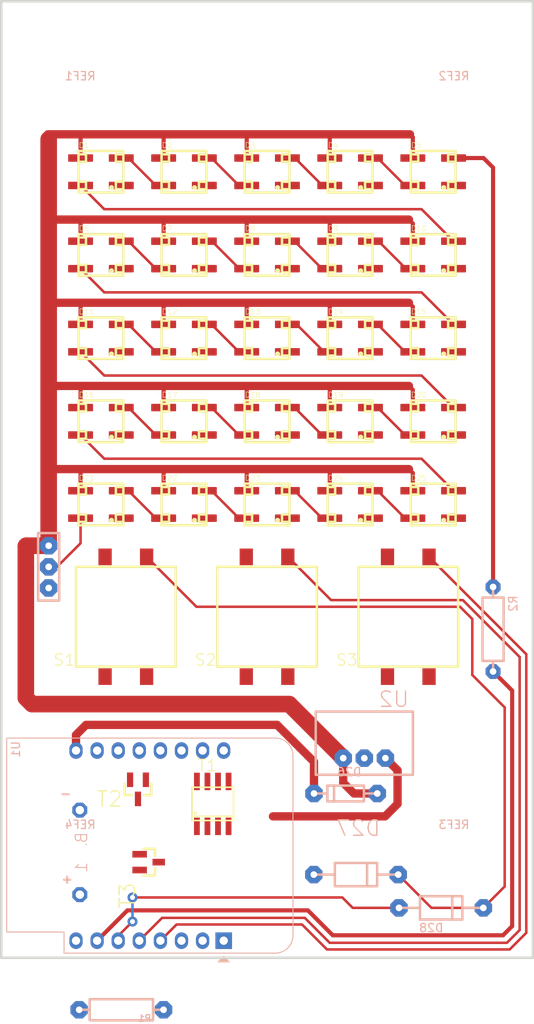
<source format=kicad_pcb>
(kicad_pcb (version 20221018) (generator pcbnew)
  (layers (0 "F.Cu" signal) (31 "B.Cu" signal) (34 "B.Paste" user) (35 "F.Paste" user) (36 "B.SilkS" user "B.Silkscreen") (37 "F.SilkS" user "F.Silkscreen") (38 "B.Mask" user) (39 "F.Mask" user) (44 "Edge.Cuts" user))
  (net 0 "")
  (net 1 "GND")
  (net 2 "+9V")
  (net 3 "+5V")
  (net 4 "Net-(D1-DOUT)")
  (net 5 "Net-(D1-DIN)")
  (net 6 "Net-(D2-DIN)")
  (net 7 "Net-(D3-DIN)")
  (net 8 "Net-(D4-DIN)")
  (net 9 "Net-(D5-DIN)")
  (net 10 "Net-(D15-DIN)")
  (net 11 "Net-(D6-DIN)")
  (net 12 "Net-(D7-DIN)")
  (net 13 "Net-(D8-DIN)")
  (net 14 "Net-(D10-DOUT)")
  (net 15 "Net-(D11-DOUT)")
  (net 16 "Net-(D11-DIN)")
  (net 17 "Net-(D12-DIN)")
  (net 18 "Net-(D13-DIN)")
  (net 19 "Net-(D14-DIN)")
  (net 20 "Net-(D16-DOUT)")
  (net 21 "Net-(D16-DIN)")
  (net 22 "Net-(D17-DIN)")
  (net 23 "Net-(D18-DIN)")
  (net 24 "Net-(D19-DIN)")
  (net 25 "Net-(D21-DOUT)")
  (net 26 "Net-(D21-DIN)")
  (net 27 "Net-(D22-DIN)")
  (net 28 "Net-(D23-DIN)")
  (net 29 "Net-(D24-DIN)")
  (net 30 "+5VD")
  (net 31 "XFET")
  (net 32 "Net-(D27-Pad2)")
  (net 33 "/D7")
  (net 34 "/D8")
  (net 35 "/D6")
  (net 36 "/D5")
  (net 37 "D1")
  (net 38 "U2_VIN")
  (footprint "D1Mini_Wuerfel_aktuell:WS2812B_9" (layer "F.Cu") (at 153.29 80.5)
    (fp_text reference "D15" (at -2.7 -2.8) (layer "F.SilkS") (effects (font (size 0.644 0.644) (thickness 0.056)) (justify left bottom)))
    (fp_text value "WS2812B")
    (pad "1" smd roundrect (at -2.45 -1.65) (size 3 0.9) (layers "F.Cu" "F.Paste" "F.Mask") (roundrect_rratio 0.1) (net 3 "+5V"))
    (pad "2" smd roundrect (at -2.45 1.65) (size 3 0.9) (layers "F.Cu" "F.Paste" "F.Mask") (roundrect_rratio 0.1) (net 19 "Net-(D14-DIN)"))
    (pad "3" smd roundrect (at 2.45 1.65) (size 3 0.9) (layers "F.Cu" "F.Paste" "F.Mask") (roundrect_rratio 0.1) (net 1 "GND"))
    (pad "4" smd roundrect (at 2.45 -1.65) (size 3 0.9) (layers "F.Cu" "F.Paste" "F.Mask") (roundrect_rratio 0.1) (net 10 "Net-(D15-DIN)"))
  )
  (footprint "D1Mini_Wuerfel_aktuell:WS2812B_9" (layer "F.Cu") (at 133.29 90.5)
    (fp_text reference "D18" (at -2.7 -2.8) (layer "F.SilkS") (effects (font (size 0.644 0.644) (thickness 0.056)) (justify left bottom)))
    (fp_text value "WS2812B")
    (pad "1" smd roundrect (at -2.45 -1.65) (size 3 0.9) (layers "F.Cu" "F.Paste" "F.Mask") (roundrect_rratio 0.1) (net 3 "+5V"))
    (pad "2" smd roundrect (at -2.45 1.65) (size 3 0.9) (layers "F.Cu" "F.Paste" "F.Mask") (roundrect_rratio 0.1) (net 22 "Net-(D17-DIN)"))
    (pad "3" smd roundrect (at 2.45 1.65) (size 3 0.9) (layers "F.Cu" "F.Paste" "F.Mask") (roundrect_rratio 0.1) (net 1 "GND"))
    (pad "4" smd roundrect (at 2.45 -1.65) (size 3 0.9) (layers "F.Cu" "F.Paste" "F.Mask") (roundrect_rratio 0.1) (net 23 "Net-(D18-DIN)"))
  )
  (footprint "D1Mini_Wuerfel_aktuell:1254.1017_DRUCKTASTER_34" (layer "F.Cu") (at 116.29 114)
    (fp_text reference "S1" (at -8.79 6) (layer "F.SilkS") (effects (font (size 1.38 1.38) (thickness 0.12)) (justify left bottom)))
    (fp_text value "SPST")
    (pad "1" smd rect (at -2.5 -7.2) (size 1.6 2) (layers "F.Cu" "F.Paste" "F.Mask") (net 1 "GND"))
    (pad "2" smd rect (at 2.5 -7.2) (size 1.6 2) (layers "F.Cu" "F.Paste" "F.Mask") (net 32 "Net-(D27-Pad2)"))
    (pad "3" smd rect (at -2.5 7.2) (size 1.6 2) (layers "F.Cu" "F.Paste" "F.Mask") (net 1 "GND"))
    (pad "NC" smd rect (at 2.5 7.2) (size 1.6 2) (layers "F.Cu" "F.Paste" "F.Mask"))
  )
  (footprint "D1Mini_Wuerfel_aktuell:WS2812B_9" (layer "F.Cu") (at 133.29 60.5)
    (fp_text reference "D3" (at -2.7 -2.8) (layer "F.SilkS") (effects (font (size 0.644 0.644) (thickness 0.056)) (justify left bottom)))
    (fp_text value "WS2812B")
    (pad "1" smd roundrect (at -2.45 -1.65) (size 3 0.9) (layers "F.Cu" "F.Paste" "F.Mask") (roundrect_rratio 0.1) (net 3 "+5V"))
    (pad "2" smd roundrect (at -2.45 1.65) (size 3 0.9) (layers "F.Cu" "F.Paste" "F.Mask") (roundrect_rratio 0.1) (net 6 "Net-(D2-DIN)"))
    (pad "3" smd roundrect (at 2.45 1.65) (size 3 0.9) (layers "F.Cu" "F.Paste" "F.Mask") (roundrect_rratio 0.1) (net 1 "GND"))
    (pad "4" smd roundrect (at 2.45 -1.65) (size 3 0.9) (layers "F.Cu" "F.Paste" "F.Mask") (roundrect_rratio 0.1) (net 7 "Net-(D3-DIN)"))
  )
  (footprint "D1Mini_Wuerfel_aktuell:WS2812B_9" (layer "F.Cu") (at 143.29 90.5)
    (fp_text reference "D19" (at -2.7 -2.8) (layer "F.SilkS") (effects (font (size 0.644 0.644) (thickness 0.056)) (justify left bottom)))
    (fp_text value "WS2812B")
    (pad "1" smd roundrect (at -2.45 -1.65) (size 3 0.9) (layers "F.Cu" "F.Paste" "F.Mask") (roundrect_rratio 0.1) (net 3 "+5V"))
    (pad "2" smd roundrect (at -2.45 1.65) (size 3 0.9) (layers "F.Cu" "F.Paste" "F.Mask") (roundrect_rratio 0.1) (net 23 "Net-(D18-DIN)"))
    (pad "3" smd roundrect (at 2.45 1.65) (size 3 0.9) (layers "F.Cu" "F.Paste" "F.Mask") (roundrect_rratio 0.1) (net 1 "GND"))
    (pad "4" smd roundrect (at 2.45 -1.65) (size 3 0.9) (layers "F.Cu" "F.Paste" "F.Mask") (roundrect_rratio 0.1) (net 24 "Net-(D19-DIN)"))
  )
  (footprint "D1Mini_Wuerfel_aktuell:WS2812B_9" (layer "F.Cu") (at 113.29 90.5)
    (fp_text reference "D16" (at -2.7 -2.8) (layer "F.SilkS") (effects (font (size 0.644 0.644) (thickness 0.056)) (justify left bottom)))
    (fp_text value "WS2812B")
    (pad "1" smd roundrect (at -2.45 -1.65) (size 3 0.9) (layers "F.Cu" "F.Paste" "F.Mask") (roundrect_rratio 0.1) (net 3 "+5V"))
    (pad "2" smd roundrect (at -2.45 1.65) (size 3 0.9) (layers "F.Cu" "F.Paste" "F.Mask") (roundrect_rratio 0.1) (net 20 "Net-(D16-DOUT)"))
    (pad "3" smd roundrect (at 2.45 1.65) (size 3 0.9) (layers "F.Cu" "F.Paste" "F.Mask") (roundrect_rratio 0.1) (net 1 "GND"))
    (pad "4" smd roundrect (at 2.45 -1.65) (size 3 0.9) (layers "F.Cu" "F.Paste" "F.Mask") (roundrect_rratio 0.1) (net 21 "Net-(D16-DIN)"))
  )
  (footprint "D1Mini_Wuerfel_aktuell:WS2812B_9" (layer "F.Cu") (at 143.29 80.5)
    (fp_text reference "D14" (at -2.7 -2.8) (layer "F.SilkS") (effects (font (size 0.644 0.644) (thickness 0.056)) (justify left bottom)))
    (fp_text value "WS2812B")
    (pad "1" smd roundrect (at -2.45 -1.65) (size 3 0.9) (layers "F.Cu" "F.Paste" "F.Mask") (roundrect_rratio 0.1) (net 3 "+5V"))
    (pad "2" smd roundrect (at -2.45 1.65) (size 3 0.9) (layers "F.Cu" "F.Paste" "F.Mask") (roundrect_rratio 0.1) (net 18 "Net-(D13-DIN)"))
    (pad "3" smd roundrect (at 2.45 1.65) (size 3 0.9) (layers "F.Cu" "F.Paste" "F.Mask") (roundrect_rratio 0.1) (net 1 "GND"))
    (pad "4" smd roundrect (at 2.45 -1.65) (size 3 0.9) (layers "F.Cu" "F.Paste" "F.Mask") (roundrect_rratio 0.1) (net 19 "Net-(D14-DIN)"))
  )
  (footprint "D1Mini_Wuerfel_aktuell:WS2812B_9" (layer "F.Cu") (at 123.29 60.5)
    (fp_text reference "D2" (at -2.7 -2.8) (layer "F.SilkS") (effects (font (size 0.644 0.644) (thickness 0.056)) (justify left bottom)))
    (fp_text value "WS2812B")
    (pad "1" smd roundrect (at -2.45 -1.65) (size 3 0.9) (layers "F.Cu" "F.Paste" "F.Mask") (roundrect_rratio 0.1) (net 3 "+5V"))
    (pad "2" smd roundrect (at -2.45 1.65) (size 3 0.9) (layers "F.Cu" "F.Paste" "F.Mask") (roundrect_rratio 0.1) (net 5 "Net-(D1-DIN)"))
    (pad "3" smd roundrect (at 2.45 1.65) (size 3 0.9) (layers "F.Cu" "F.Paste" "F.Mask") (roundrect_rratio 0.1) (net 1 "GND"))
    (pad "4" smd roundrect (at 2.45 -1.65) (size 3 0.9) (layers "F.Cu" "F.Paste" "F.Mask") (roundrect_rratio 0.1) (net 6 "Net-(D2-DIN)"))
  )
  (footprint "D1Mini_Wuerfel_aktuell:SOT-23_3_42" (layer "F.Cu") (at 117.75 134.75 180)
    (fp_text reference "T2" (at 1.75 -2.25) (layer "F.SilkS") (effects (font (size 1.84 1.84) (thickness 0.16)) (justify right bottom)))
    (fp_text value "FDN337N")
    (pad "1" smd rect (at -0.95 1.15 180) (size 0.75 1.75) (layers "F.Cu" "F.Paste" "F.Mask") (net 37 "D1"))
    (pad "2" smd rect (at 0.95 1.15 180) (size 0.75 1.75) (layers "F.Cu" "F.Paste" "F.Mask") (net 1 "GND"))
    (pad "3" smd rect (at 0 -1.15 180) (size 0.75 1.75) (layers "F.Cu" "F.Paste" "F.Mask") (net 31 "XFET"))
  )
  (footprint "D1Mini_Wuerfel_aktuell:WS2812B_9" (layer "F.Cu") (at 143.29 100.5)
    (fp_text reference "D24" (at -2.7 -2.8) (layer "F.SilkS") (effects (font (size 0.644 0.644) (thickness 0.056)) (justify left bottom)))
    (fp_text value "WS2812B")
    (pad "1" smd roundrect (at -2.45 -1.65) (size 3 0.9) (layers "F.Cu" "F.Paste" "F.Mask") (roundrect_rratio 0.1) (net 3 "+5V"))
    (pad "2" smd roundrect (at -2.45 1.65) (size 3 0.9) (layers "F.Cu" "F.Paste" "F.Mask") (roundrect_rratio 0.1) (net 28 "Net-(D23-DIN)"))
    (pad "3" smd roundrect (at 2.45 1.65) (size 3 0.9) (layers "F.Cu" "F.Paste" "F.Mask") (roundrect_rratio 0.1) (net 1 "GND"))
    (pad "4" smd roundrect (at 2.45 -1.65) (size 3 0.9) (layers "F.Cu" "F.Paste" "F.Mask") (roundrect_rratio 0.1) (net 29 "Net-(D24-DIN)"))
  )
  (footprint "D1Mini_Wuerfel_aktuell:WS2812B_9" (layer "F.Cu") (at 153.29 100.5)
    (fp_text reference "D25" (at -2.7 -2.8) (layer "F.SilkS") (effects (font (size 0.644 0.644) (thickness 0.056)) (justify left bottom)))
    (fp_text value "WS2812B")
    (pad "1" smd roundrect (at -2.45 -1.65) (size 3 0.9) (layers "F.Cu" "F.Paste" "F.Mask") (roundrect_rratio 0.1) (net 3 "+5V"))
    (pad "2" smd roundrect (at -2.45 1.65) (size 3 0.9) (layers "F.Cu" "F.Paste" "F.Mask") (roundrect_rratio 0.1) (net 29 "Net-(D24-DIN)"))
    (pad "3" smd roundrect (at 2.45 1.65) (size 3 0.9) (layers "F.Cu" "F.Paste" "F.Mask") (roundrect_rratio 0.1) (net 1 "GND"))
    (pad "4" smd roundrect (at 2.45 -1.65) (size 3 0.9) (layers "F.Cu" "F.Paste" "F.Mask") (roundrect_rratio 0.1) (net 20 "Net-(D16-DOUT)"))
  )
  (footprint "D1Mini_Wuerfel_aktuell:WS2812B_9" (layer "F.Cu") (at 153.29 90.5)
    (fp_text reference "D20" (at -2.7 -2.8) (layer "F.SilkS") (effects (font (size 0.644 0.644) (thickness 0.056)) (justify left bottom)))
    (fp_text value "WS2812B")
    (pad "1" smd roundrect (at -2.45 -1.65) (size 3 0.9) (layers "F.Cu" "F.Paste" "F.Mask") (roundrect_rratio 0.1) (net 3 "+5V"))
    (pad "2" smd roundrect (at -2.45 1.65) (size 3 0.9) (layers "F.Cu" "F.Paste" "F.Mask") (roundrect_rratio 0.1) (net 24 "Net-(D19-DIN)"))
    (pad "3" smd roundrect (at 2.45 1.65) (size 3 0.9) (layers "F.Cu" "F.Paste" "F.Mask") (roundrect_rratio 0.1) (net 1 "GND"))
    (pad "4" smd roundrect (at 2.45 -1.65) (size 3 0.9) (layers "F.Cu" "F.Paste" "F.Mask") (roundrect_rratio 0.1) (net 15 "Net-(D11-DOUT)"))
  )
  (footprint "D1Mini_Wuerfel_aktuell:WS2812B_9" (layer "F.Cu") (at 113.29 80.5)
    (fp_text reference "D11" (at -2.7 -2.8) (layer "F.SilkS") (effects (font (size 0.644 0.644) (thickness 0.056)) (justify left bottom)))
    (fp_text value "WS2812B")
    (pad "1" smd roundrect (at -2.45 -1.65) (size 3 0.9) (layers "F.Cu" "F.Paste" "F.Mask") (roundrect_rratio 0.1) (net 3 "+5V"))
    (pad "2" smd roundrect (at -2.45 1.65) (size 3 0.9) (layers "F.Cu" "F.Paste" "F.Mask") (roundrect_rratio 0.1) (net 15 "Net-(D11-DOUT)"))
    (pad "3" smd roundrect (at 2.45 1.65) (size 3 0.9) (layers "F.Cu" "F.Paste" "F.Mask") (roundrect_rratio 0.1) (net 1 "GND"))
    (pad "4" smd roundrect (at 2.45 -1.65) (size 3 0.9) (layers "F.Cu" "F.Paste" "F.Mask") (roundrect_rratio 0.1) (net 16 "Net-(D11-DIN)"))
  )
  (footprint "D1Mini_Wuerfel_aktuell:1254.1017_DRUCKTASTER_34" (layer "F.Cu") (at 150.29 114)
    (fp_text reference "S3" (at -8.79 6) (layer "F.SilkS") (effects (font (size 1.38 1.38) (thickness 0.12)) (justify left bottom)))
    (fp_text value "SPST")
    (pad "1" smd rect (at -2.5 -7.2) (size 1.6 2) (layers "F.Cu" "F.Paste" "F.Mask") (net 1 "GND"))
    (pad "2" smd rect (at 2.5 -7.2) (size 1.6 2) (layers "F.Cu" "F.Paste" "F.Mask") (net 36 "/D5"))
    (pad "3" smd rect (at -2.5 7.2) (size 1.6 2) (layers "F.Cu" "F.Paste" "F.Mask") (net 1 "GND"))
    (pad "NC" smd rect (at 2.5 7.2) (size 1.6 2) (layers "F.Cu" "F.Paste" "F.Mask"))
  )
  (footprint "D1Mini_Wuerfel_aktuell:WS2812B_9" (layer "F.Cu") (at 113.29 100.5)
    (fp_text reference "D21" (at -2.7 -2.8) (layer "F.SilkS") (effects (font (size 0.644 0.644) (thickness 0.056)) (justify left bottom)))
    (fp_text value "WS2812B")
    (pad "1" smd roundrect (at -2.45 -1.65) (size 3 0.9) (layers "F.Cu" "F.Paste" "F.Mask") (roundrect_rratio 0.1) (net 3 "+5V"))
    (pad "2" smd roundrect (at -2.45 1.65) (size 3 0.9) (layers "F.Cu" "F.Paste" "F.Mask") (roundrect_rratio 0.1) (net 25 "Net-(D21-DOUT)"))
    (pad "3" smd roundrect (at 2.45 1.65) (size 3 0.9) (layers "F.Cu" "F.Paste" "F.Mask") (roundrect_rratio 0.1) (net 1 "GND"))
    (pad "4" smd roundrect (at 2.45 -1.65) (size 3 0.9) (layers "F.Cu" "F.Paste" "F.Mask") (roundrect_rratio 0.1) (net 26 "Net-(D21-DIN)"))
  )
  (footprint "D1Mini_Wuerfel_aktuell:WS2812B_9" (layer "F.Cu") (at 123.29 80.5)
    (fp_text reference "D12" (at -2.7 -2.8) (layer "F.SilkS") (effects (font (size 0.644 0.644) (thickness 0.056)) (justify left bottom)))
    (fp_text value "WS2812B")
    (pad "1" smd roundrect (at -2.45 -1.65) (size 3 0.9) (layers "F.Cu" "F.Paste" "F.Mask") (roundrect_rratio 0.1) (net 3 "+5V"))
    (pad "2" smd roundrect (at -2.45 1.65) (size 3 0.9) (layers "F.Cu" "F.Paste" "F.Mask") (roundrect_rratio 0.1) (net 16 "Net-(D11-DIN)"))
    (pad "3" smd roundrect (at 2.45 1.65) (size 3 0.9) (layers "F.Cu" "F.Paste" "F.Mask") (roundrect_rratio 0.1) (net 1 "GND"))
    (pad "4" smd roundrect (at 2.45 -1.65) (size 3 0.9) (layers "F.Cu" "F.Paste" "F.Mask") (roundrect_rratio 0.1) (net 17 "Net-(D12-DIN)"))
  )
  (footprint "D1Mini_Wuerfel_aktuell:WS2812B_9" (layer "F.Cu") (at 113.29 70.5)
    (fp_text reference "D6" (at -2.7 -2.8) (layer "F.SilkS") (effects (font (size 0.644 0.644) (thickness 0.056)) (justify left bottom)))
    (fp_text value "WS2812B")
    (pad "1" smd roundrect (at -2.45 -1.65) (size 3 0.9) (layers "F.Cu" "F.Paste" "F.Mask") (roundrect_rratio 0.1) (net 3 "+5V"))
    (pad "2" smd roundrect (at -2.45 1.65) (size 3 0.9) (layers "F.Cu" "F.Paste" "F.Mask") (roundrect_rratio 0.1) (net 10 "Net-(D15-DIN)"))
    (pad "3" smd roundrect (at 2.45 1.65) (size 3 0.9) (layers "F.Cu" "F.Paste" "F.Mask") (roundrect_rratio 0.1) (net 1 "GND"))
    (pad "4" smd roundrect (at 2.45 -1.65) (size 3 0.9) (layers "F.Cu" "F.Paste" "F.Mask") (roundrect_rratio 0.1) (net 11 "Net-(D6-DIN)"))
  )
  (footprint "D1Mini_Wuerfel_aktuell:WS2812B_9" (layer "F.Cu") (at 133.29 80.5)
    (fp_text reference "D13" (at -2.7 -2.8) (layer "F.SilkS") (effects (font (size 0.644 0.644) (thickness 0.056)) (justify left bottom)))
    (fp_text value "WS2812B")
    (pad "1" smd roundrect (at -2.45 -1.65) (size 3 0.9) (layers "F.Cu" "F.Paste" "F.Mask") (roundrect_rratio 0.1) (net 3 "+5V"))
    (pad "2" smd roundrect (at -2.45 1.65) (size 3 0.9) (layers "F.Cu" "F.Paste" "F.Mask") (roundrect_rratio 0.1) (net 17 "Net-(D12-DIN)"))
    (pad "3" smd roundrect (at 2.45 1.65) (size 3 0.9) (layers "F.Cu" "F.Paste" "F.Mask") (roundrect_rratio 0.1) (net 1 "GND"))
    (pad "4" smd roundrect (at 2.45 -1.65) (size 3 0.9) (layers "F.Cu" "F.Paste" "F.Mask") (roundrect_rratio 0.1) (net 18 "Net-(D13-DIN)"))
  )
  (footprint "D1Mini_Wuerfel_aktuell:WS2812B_9" (layer "F.Cu") (at 153.29 70.5)
    (fp_text reference "D10" (at -2.7 -2.8) (layer "F.SilkS") (effects (font (size 0.644 0.644) (thickness 0.056)) (justify left bottom)))
    (fp_text value "WS2812B")
    (pad "1" smd roundrect (at -2.45 -1.65) (size 3 0.9) (layers "F.Cu" "F.Paste" "F.Mask") (roundrect_rratio 0.1) (net 3 "+5V"))
    (pad "2" smd roundrect (at -2.45 1.65) (size 3 0.9) (layers "F.Cu" "F.Paste" "F.Mask") (roundrect_rratio 0.1) (net 14 "Net-(D10-DOUT)"))
    (pad "3" smd roundrect (at 2.45 1.65) (size 3 0.9) (layers "F.Cu" "F.Paste" "F.Mask") (roundrect_rratio 0.1) (net 1 "GND"))
    (pad "4" smd roundrect (at 2.45 -1.65) (size 3 0.9) (layers "F.Cu" "F.Paste" "F.Mask") (roundrect_rratio 0.1) (net 4 "Net-(D1-DOUT)"))
  )
  (footprint "D1Mini_Wuerfel_aktuell:WS2812B_9" (layer "F.Cu") (at 123.29 70.5)
    (fp_text reference "D7" (at -2.7 -2.8) (layer "F.SilkS") (effects (font (size 0.644 0.644) (thickness 0.056)) (justify left bottom)))
    (fp_text value "WS2812B")
    (pad "1" smd roundrect (at -2.45 -1.65) (size 3 0.9) (layers "F.Cu" "F.Paste" "F.Mask") (roundrect_rratio 0.1) (net 3 "+5V"))
    (pad "2" smd roundrect (at -2.45 1.65) (size 3 0.9) (layers "F.Cu" "F.Paste" "F.Mask") (roundrect_rratio 0.1) (net 11 "Net-(D6-DIN)"))
    (pad "3" smd roundrect (at 2.45 1.65) (size 3 0.9) (layers "F.Cu" "F.Paste" "F.Mask") (roundrect_rratio 0.1) (net 1 "GND"))
    (pad "4" smd roundrect (at 2.45 -1.65) (size 3 0.9) (layers "F.Cu" "F.Paste" "F.Mask") (roundrect_rratio 0.1) (net 12 "Net-(D7-DIN)"))
  )
  (footprint "D1Mini_Wuerfel_aktuell:WS2812B_9" (layer "F.Cu") (at 143.29 60.5)
    (fp_text reference "D4" (at -2.7 -2.8) (layer "F.SilkS") (effects (font (size 0.644 0.644) (thickness 0.056)) (justify left bottom)))
    (fp_text value "WS2812B")
    (pad "1" smd roundrect (at -2.45 -1.65) (size 3 0.9) (layers "F.Cu" "F.Paste" "F.Mask") (roundrect_rratio 0.1) (net 3 "+5V"))
    (pad "2" smd roundrect (at -2.45 1.65) (size 3 0.9) (layers "F.Cu" "F.Paste" "F.Mask") (roundrect_rratio 0.1) (net 7 "Net-(D3-DIN)"))
    (pad "3" smd roundrect (at 2.45 1.65) (size 3 0.9) (layers "F.Cu" "F.Paste" "F.Mask") (roundrect_rratio 0.1) (net 1 "GND"))
    (pad "4" smd roundrect (at 2.45 -1.65) (size 3 0.9) (layers "F.Cu" "F.Paste" "F.Mask") (roundrect_rratio 0.1) (net 8 "Net-(D4-DIN)"))
  )
  (footprint "D1Mini_Wuerfel_aktuell:WS2812B_9" (layer "F.Cu") (at 143.29 70.5)
    (fp_text reference "D9" (at -2.7 -2.8) (layer "F.SilkS") (effects (font (size 0.644 0.644) (thickness 0.056)) (justify left bottom)))
    (fp_text value "WS2812B")
    (pad "1" smd roundrect (at -2.45 -1.65) (size 3 0.9) (layers "F.Cu" "F.Paste" "F.Mask") (roundrect_rratio 0.1) (net 3 "+5V"))
    (pad "2" smd roundrect (at -2.45 1.65) (size 3 0.9) (layers "F.Cu" "F.Paste" "F.Mask") (roundrect_rratio 0.1) (net 13 "Net-(D8-DIN)"))
    (pad "3" smd roundrect (at 2.45 1.65) (size 3 0.9) (layers "F.Cu" "F.Paste" "F.Mask") (roundrect_rratio 0.1) (net 1 "GND"))
    (pad "4" smd roundrect (at 2.45 -1.65) (size 3 0.9) (layers "F.Cu" "F.Paste" "F.Mask") (roundrect_rratio 0.1) (net 14 "Net-(D10-DOUT)"))
  )
  (footprint "D1Mini_Wuerfel_aktuell:WS2812B_9" (layer "F.Cu") (at 113.29 60.5)
    (fp_text reference "D1" (at -2.7 -2.8) (layer "F.SilkS") (effects (font (size 0.644 0.644) (thickness 0.056)) (justify left bottom)))
    (fp_text value "WS2812B")
    (pad "1" smd roundrect (at -2.45 -1.65) (size 3 0.9) (layers "F.Cu" "F.Paste" "F.Mask") (roundrect_rratio 0.1) (net 3 "+5V"))
    (pad "2" smd roundrect (at -2.45 1.65) (size 3 0.9) (layers "F.Cu" "F.Paste" "F.Mask") (roundrect_rratio 0.1) (net 4 "Net-(D1-DOUT)"))
    (pad "3" smd roundrect (at 2.45 1.65) (size 3 0.9) (layers "F.Cu" "F.Paste" "F.Mask") (roundrect_rratio 0.1) (net 1 "GND"))
    (pad "4" smd roundrect (at 2.45 -1.65) (size 3 0.9) (layers "F.Cu" "F.Paste" "F.Mask") (roundrect_rratio 0.1) (net 5 "Net-(D1-DIN)"))
  )
  (footprint "D1Mini_Wuerfel_aktuell:WS2812B_9" (layer "F.Cu") (at 133.29 100.5)
    (fp_text reference "D23" (at -2.7 -2.8) (layer "F.SilkS") (effects (font (size 0.644 0.644) (thickness 0.056)) (justify left bottom)))
    (fp_text value "WS2812B")
    (pad "1" smd roundrect (at -2.45 -1.65) (size 3 0.9) (layers "F.Cu" "F.Paste" "F.Mask") (roundrect_rratio 0.1) (net 3 "+5V"))
    (pad "2" smd roundrect (at -2.45 1.65) (size 3 0.9) (layers "F.Cu" "F.Paste" "F.Mask") (roundrect_rratio 0.1) (net 27 "Net-(D22-DIN)"))
    (pad "3" smd roundrect (at 2.45 1.65) (size 3 0.9) (layers "F.Cu" "F.Paste" "F.Mask") (roundrect_rratio 0.1) (net 1 "GND"))
    (pad "4" smd roundrect (at 2.45 -1.65) (size 3 0.9) (layers "F.Cu" "F.Paste" "F.Mask") (roundrect_rratio 0.1) (net 28 "Net-(D23-DIN)"))
  )
  (footprint "D1Mini_Wuerfel_aktuell:WS2812B_9" (layer "F.Cu") (at 153.29 60.5)
    (fp_text reference "D5" (at -2.7 -2.8) (layer "F.SilkS") (effects (font (size 0.644 0.644) (thickness 0.056)) (justify left bottom)))
    (fp_text value "WS2812B")
    (pad "1" smd roundrect (at -2.45 -1.65) (size 3 0.9) (layers "F.Cu" "F.Paste" "F.Mask") (roundrect_rratio 0.1) (net 3 "+5V"))
    (pad "2" smd roundrect (at -2.45 1.65) (size 3 0.9) (layers "F.Cu" "F.Paste" "F.Mask") (roundrect_rratio 0.1) (net 8 "Net-(D4-DIN)"))
    (pad "3" smd roundrect (at 2.45 1.65) (size 3 0.9) (layers "F.Cu" "F.Paste" "F.Mask") (roundrect_rratio 0.1) (net 1 "GND"))
    (pad "4" smd roundrect (at 2.45 -1.65) (size 3 0.9) (layers "F.Cu" "F.Paste" "F.Mask") (roundrect_rratio 0.1) (net 9 "Net-(D5-DIN)"))
  )
  (footprint "D1Mini_Wuerfel_aktuell:WS2812B_9" (layer "F.Cu") (at 133.29 70.5)
    (fp_text reference "D8" (at -2.7 -2.8) (layer "F.SilkS") (effects (font (size 0.644 0.644) (thickness 0.056)) (justify left bottom)))
    (fp_text value "WS2812B")
    (pad "1" smd roundrect (at -2.45 -1.65) (size 3 0.9) (layers "F.Cu" "F.Paste" "F.Mask") (roundrect_rratio 0.1) (net 3 "+5V"))
    (pad "2" smd roundrect (at -2.45 1.65) (size 3 0.9) (layers "F.Cu" "F.Paste" "F.Mask") (roundrect_rratio 0.1) (net 12 "Net-(D7-DIN)"))
    (pad "3" smd roundrect (at 2.45 1.65) (size 3 0.9) (layers "F.Cu" "F.Paste" "F.Mask") (roundrect_rratio 0.1) (net 1 "GND"))
    (pad "4" smd roundrect (at 2.45 -1.65) (size 3 0.9) (layers "F.Cu" "F.Paste" "F.Mask") (roundrect_rratio 0.1) (net 13 "Net-(D8-DIN)"))
  )
  (footprint "D1Mini_Wuerfel_aktuell:SOT-23_3_43" (layer "F.Cu") (at 119.1 143.5 -90)
    (fp_text reference "T3" (at 2.3275 1.544 90) (layer "F.SilkS") (effects (font (size 1.84 1.84) (thickness 0.16)) (justify right bottom)))
    (fp_text value "IRLML9301")
    (pad "1" smd rect (at -0.95 1.15 270) (size 0.8 1.75) (layers "F.Cu" "F.Paste" "F.Mask") (net 31 "XFET"))
    (pad "2" smd rect (at 0.95 1.15 270) (size 0.8 1.75) (layers "F.Cu" "F.Paste" "F.Mask") (net 2 "+9V"))
    (pad "3" smd rect (at 0 -1.15 270) (size 0.8 1.5) (layers "F.Cu" "F.Paste" "F.Mask") (net 38 "U2_VIN"))
  )
  (footprint "D1Mini_Wuerfel_aktuell:SO8_SOT96-1_39" (layer "F.Cu") (at 126.75 136.5)
    (fp_text reference "T1" (at -1.905 -3.81) (layer "F.SilkS") (effects (font (size 1.38 1.38) (thickness 0.12)) (justify left bottom)))
    (fp_text value "IRF9952")
    (pad "1" smd rect (at -1.905 2.7) (size 0.7 2.1) (layers "F.Cu" "F.Paste" "F.Mask") (net 1 "GND"))
    (pad "2" smd rect (at -0.635 2.7) (size 0.7 2.1) (layers "F.Cu" "F.Paste" "F.Mask") (net 37 "D1"))
    (pad "3" smd rect (at 0.635 2.7) (size 0.7 2.1) (layers "F.Cu" "F.Paste" "F.Mask") (net 2 "+9V"))
    (pad "4" smd rect (at 1.905 2.7) (size 0.7 2.1) (layers "F.Cu" "F.Paste" "F.Mask") (net 31 "XFET"))
    (pad "5" smd rect (at 1.905 -2.7) (size 0.7 2.1) (layers "F.Cu" "F.Paste" "F.Mask") (net 38 "U2_VIN"))
    (pad "6" smd rect (at 0.635 -2.7) (size 0.7 2.1) (layers "F.Cu" "F.Paste" "F.Mask") (net 38 "U2_VIN"))
    (pad "7" smd rect (at -0.635 -2.7) (size 0.7 2.1) (layers "F.Cu" "F.Paste" "F.Mask") (net 31 "XFET"))
    (pad "8" smd rect (at -1.905 -2.7) (size 0.7 2.1) (layers "F.Cu" "F.Paste" "F.Mask") (net 31 "XFET"))
  )
  (footprint "D1Mini_Wuerfel_aktuell:WS2812B_9" (layer "F.Cu") (at 123.29 100.5)
    (fp_text reference "D22" (at -2.7 -2.8) (layer "F.SilkS") (effects (font (size 0.644 0.644) (thickness 0.056)) (justify left bottom)))
    (fp_text value "WS2812B")
    (pad "1" smd roundrect (at -2.45 -1.65) (size 3 0.9) (layers "F.Cu" "F.Paste" "F.Mask") (roundrect_rratio 0.1) (net 3 "+5V"))
    (pad "2" smd roundrect (at -2.45 1.65) (size 3 0.9) (layers "F.Cu" "F.Paste" "F.Mask") (roundrect_rratio 0.1) (net 26 "Net-(D21-DIN)"))
    (pad "3" smd roundrect (at 2.45 1.65) (size 3 0.9) (layers "F.Cu" "F.Paste" "F.Mask") (roundrect_rratio 0.1) (net 1 "GND"))
    (pad "4" smd roundrect (at 2.45 -1.65) (size 3 0.9) (layers "F.Cu" "F.Paste" "F.Mask") (roundrect_rratio 0.1) (net 27 "Net-(D22-DIN)"))
  )
  (footprint "D1Mini_Wuerfel_aktuell:1254.1017_DRUCKTASTER_34" (layer "F.Cu") (at 133.29 114)
    (fp_text reference "S2" (at -8.79 6) (layer "F.SilkS") (effects (font (size 1.38 1.38) (thickness 0.12)) (justify left bottom)))
    (fp_text value "SPST")
    (pad "1" smd rect (at -2.5 -7.2) (size 1.6 2) (layers "F.Cu" "F.Paste" "F.Mask") (net 1 "GND"))
    (pad "2" smd rect (at 2.5 -7.2) (size 1.6 2) (layers "F.Cu" "F.Paste" "F.Mask") (net 35 "/D6"))
    (pad "3" smd rect (at -2.5 7.2) (size 1.6 2) (layers "F.Cu" "F.Paste" "F.Mask") (net 1 "GND"))
    (pad "NC" smd rect (at 2.5 7.2) (size 1.6 2) (layers "F.Cu" "F.Paste" "F.Mask"))
  )
  (footprint "D1Mini_Wuerfel_aktuell:WS2812B_9" (layer "F.Cu") (at 123.29 90.5)
    (fp_text reference "D17" (at -2.7 -2.8) (layer "F.SilkS") (effects (font (size 0.644 0.644) (thickness 0.056)) (justify left bottom)))
    (fp_text value "WS2812B")
    (pad "1" smd roundrect (at -2.45 -1.65) (size 3 0.9) (layers "F.Cu" "F.Paste" "F.Mask") (roundrect_rratio 0.1) (net 3 "+5V"))
    (pad "2" smd roundrect (at -2.45 1.65) (size 3 0.9) (layers "F.Cu" "F.Paste" "F.Mask") (roundrect_rratio 0.1) (net 21 "Net-(D16-DIN)"))
    (pad "3" smd roundrect (at 2.45 1.65) (size 3 0.9) (layers "F.Cu" "F.Paste" "F.Mask") (roundrect_rratio 0.1) (net 1 "GND"))
    (pad "4" smd roundrect (at 2.45 -1.65) (size 3 0.9) (layers "F.Cu" "F.Paste" "F.Mask") (roundrect_rratio 0.1) (net 22 "Net-(D17-DIN)"))
  )
  (footprint "D1Mini_Wuerfel_aktuell:TRACO-TSR1-24_0" (layer "B.Cu") (at 145 131 180)
    (fp_text reference "U2" (at -5.5 6) (layer "B.SilkS") (effects (font (size 1.84 1.84) (thickness 0.16)) (justify left bottom mirror)))
    (fp_text value "TSR1-2450")
    (pad "1" thru_hole roundrect (at -2.54 0 180) (size 2.1 2.1) (drill 0.8) (layers "*.Cu" "*.Mask") (chamfer_ratio 0.2928932188) (chamfer top_left top_right bottom_left bottom_right) (net 38 "U2_VIN"))
    (pad "2" thru_hole roundrect (at 0 0 180) (size 2.1 2.1) (drill 0.8) (layers "*.Cu" "*.Mask") (chamfer_ratio 0.2928932188) (chamfer top_left top_right bottom_left bottom_right) (net 1 "GND"))
    (pad "3" thru_hole roundrect (at 2.54 0 180) (size 2.1 2.1) (drill 0.8) (layers "*.Cu" "*.Mask") (chamfer_ratio 0.2928932188) (chamfer top_left top_right bottom_left bottom_right) (net 3 "+5V"))
  )
  (footprint "D1Mini_Wuerfel_aktuell:DO35_1" (layer "B.Cu") (at 142.75 135.25 180)
    (fp_text reference "D26" (at -2 2) (layer "B.SilkS") (effects (font (thickness 0.16)) (justify left bottom mirror)))
    (fp_text value "1N4148")
    (pad "1" thru_hole roundrect (at -3.81 0 180) (size 2.1 2.1) (drill 0.8) (layers "*.Cu" "*.Mask") (chamfer_ratio 0.2928932188) (chamfer top_left top_right bottom_left bottom_right) (net 3 "+5V"))
    (pad "2" thru_hole roundrect (at 3.81 0 180) (size 2.1 2.1) (drill 0.8) (layers "*.Cu" "*.Mask") (chamfer_ratio 0.2928932188) (chamfer top_left top_right bottom_left bottom_right) (net 30 "+5VD"))
  )
  (footprint "D1Mini_Wuerfel_aktuell:DO41_41" (layer "B.Cu") (at 154.25 149)
    (fp_text reference "D28" (at -2.75 3) (layer "B.SilkS") (effects (font (thickness 0.16)) (justify right bottom mirror)))
    (fp_text value "1N5817")
    (pad "1" thru_hole roundrect (at -5.08 0) (size 2.1 2.1) (drill 0.8) (layers "*.Cu" "*.Mask") (chamfer_ratio 0.2928932188) (chamfer top_left top_right bottom_left bottom_right) (net 33 "/D7"))
    (pad "2" thru_hole roundrect (at 5.08 0) (size 2.1 2.1) (drill 0.8) (layers "*.Cu" "*.Mask") (chamfer_ratio 0.2928932188) (chamfer top_left top_right bottom_left bottom_right) (net 32 "Net-(D27-Pad2)"))
  )
  (footprint "D1Mini_Wuerfel_aktuell:BATTERIE_2" (layer "B.Cu") (at 110.75 144.87 -90)
    (fp_text reference "BAT1" (at -5.08 -1 90) (layer "B.SilkS") (effects (font (size 1.38 1.38) (thickness 0.12)) (justify left bottom mirror)))
    (fp_text value "9V")
    (fp_text user "-" (at -10.04 2.5 -180 unlocked) (layer "B.SilkS") (effects (font (thickness 0.25) bold) (justify left bottom mirror)))
    (fp_text user "+" (at -0.04 1 -270 unlocked) (layer "B.SilkS") (effects (font (thickness 0.25) bold) (justify left bottom mirror)))
    (pad "1" thru_hole roundrect (at 2.54 0 270) (size 1.8 1.8) (drill 1.016) (layers "*.Cu" "*.Mask") (chamfer_ratio 0.2928932188) (chamfer top_left top_right bottom_left bottom_right) (net 2 "+9V"))
    (pad "2" thru_hole roundrect (at -7.62 0 270) (size 1.8 1.8) (drill 1.016) (layers "*.Cu" "*.Mask") (chamfer_ratio 0.2928932188) (chamfer top_left top_right bottom_left bottom_right) (net 1 "GND"))
  )
  (footprint "MountingHole:MountingHole_2.5mm" (layer "B.Cu") (at 155.7911 142.4964 180)
    (fp_text reference "REF3" (at 0 3.5) (layer "B.SilkS") (effects (justify mirror)))
    (fp_text value "MountingHole_2.5mm" hide)
    (pad "" np_thru_hole circle (at 0 0 180) (size 2.5 2.5) (drill 2.5) (layers "F&B.Cu" "*.Mask"))
  )
  (footprint "D1Mini_Wuerfel_aktuell:0207_44" (layer "B.Cu") (at 160.5 115.5 90)
    (fp_text reference "R2" (at 2 3 90) (layer "B.SilkS") (effects (font (thickness 0.16)) (justify right bottom mirror)))
    (fp_text value "330")
    (pad "1" thru_hole roundrect (at -5.08 0 90) (size 1.8 1.8) (drill 0.8) (layers "*.Cu" "*.Mask") (chamfer_ratio 0.2928932188) (chamfer top_left top_right bottom_left bottom_right) (net 34 "/D8"))
    (pad "2" thru_hole roundrect (at 5.08 0 90) (size 1.8 1.8) (drill 0.8) (layers "*.Cu" "*.Mask") (chamfer_ratio 0.2928932188) (chamfer top_left top_right bottom_left bottom_right) (net 9 "Net-(D5-DIN)"))
  )
  (footprint "MountingHole:MountingHole_2.5mm" (layer "B.Cu") (at 110.7911 52.4964 180)
    (fp_text reference "REF1" (at 0 3.5) (layer "B.SilkS") (effects (justify mirror)))
    (fp_text value "MountingHole_2.5mm" hide)
    (pad "" np_thru_hole circle (at 0 0 180) (size 2.5 2.5) (drill 2.5) (layers "F&B.Cu" "*.Mask"))
  )
  (footprint "MountingHole:MountingHole_2.5mm" (layer "B.Cu") (at 110.7911 142.4964 180)
    (fp_text reference "REF4" (at 0 3.5) (layer "B.SilkS") (effects (justify mirror)))
    (fp_text value "MountingHole_2.5mm" hide)
    (pad "" np_thru_hole circle (at 0 0 180) (size 2.5 2.5) (drill 2.5) (layers "F&B.Cu" "*.Mask"))
  )
  (footprint "D1Mini_Wuerfel_aktuell:0207_37" (layer "B.Cu") (at 115.75 161.25)
    (fp_text reference "R1" (at 1.92 1.5) (layer "B.SilkS") (effects (font (size 0.8 0.8) (thickness 0.16)) (justify right bottom mirror)))
    (fp_text value "100K")
    (pad "1" thru_hole roundrect (at -5.08 0) (size 2.1 2.1) (drill 0.8) (layers "*.Cu" "*.Mask") (chamfer_ratio 0.2928932188) (chamfer top_left top_right bottom_left bottom_right) (net 2 "+9V"))
    (pad "2" thru_hole roundrect (at 5.08 0) (size 2.1 2.1) (drill 0.8) (layers "*.Cu" "*.Mask") (chamfer_ratio 0.2928932188) (chamfer top_left top_right bottom_left bottom_right) (net 31 "XFET"))
  )
  (footprint "D1Mini_Wuerfel_aktuell:DO41_40" (layer "B.Cu") (at 144 145)
    (fp_text reference "D27" (at -2.5 -4.5) (layer "B.SilkS") (effects (font (size 1.84 1.84) (thickness 0.16)) (justify right bottom mirror)))
    (fp_text value "1N5817")
    (pad "1" thru_hole roundrect (at -5.08 0) (size 2.1 2.1) (drill 0.8) (layers "*.Cu" "*.Mask") (chamfer_ratio 0.2928932188) (chamfer top_left top_right bottom_left bottom_right) (net 31 "XFET"))
    (pad "2" thru_hole roundrect (at 5.08 0) (size 2.1 2.1) (drill 0.8) (layers "*.Cu" "*.Mask") (chamfer_ratio 0.2928932188) (chamfer top_left top_right bottom_left bottom_right) (net 32 "Net-(D27-Pad2)"))
  )
  (footprint "D1Mini_Wuerfel_aktuell:1X03_BUCHSE_8" (layer "B.Cu") (at 107 108 -90)
    (fp_text reference "K1" hide)
    (fp_text value "1x03")
    (pad "1" thru_hole roundrect (at -2.54 0 270) (size 2.1 2.1) (drill 0.8) (layers "*.Cu" "*.Mask") (chamfer_ratio 0.2928932188) (chamfer top_left top_right bottom_left bottom_right) (net 3 "+5V"))
    (pad "2" thru_hole roundrect (at 0 0 270) (size 2.1 2.1) (drill 0.8) (layers "*.Cu" "*.Mask") (chamfer_ratio 0.2928932188) (chamfer top_left top_right bottom_left bottom_right) (net 25 "Net-(D21-DOUT)"))
    (pad "3" thru_hole roundrect (at 2.54 0 270) (size 2.1 2.1) (drill 0.8) (layers "*.Cu" "*.Mask") (chamfer_ratio 0.2928932188) (chamfer top_left top_right bottom_left bottom_right) (net 1 "GND"))
  )
  (footprint "Module:WEMOS_D1_mini_light" (layer "B.Cu") (at 128.07 152.945 90)
    (fp_text reference "U1" (at 23 -25.03 90) (layer "B.SilkS") (effects (justify mirror)))
    (fp_text value "WeMos_D1_mini")
    (pad "1" thru_hole rect (at 0 0 90) (size 2 2) (drill 1) (layers "*.Cu" "*.Mask"))
    (pad "2" thru_hole oval (at 0 -2.54 90) (size 2 1.6) (drill 1) (layers "*.Cu" "*.Mask"))
    (pad "3" thru_hole oval (at 0 -5.08 90) (size 2 1.6) (drill 1) (layers "*.Cu" "*.Mask"))
    (pad "4" thru_hole oval (at 0 -7.62 90) (size 2 1.6) (drill 1) (layers "*.Cu" "*.Mask") (net 36 "/D5"))
    (pad "5" thru_hole oval (at 0 -10.16 90) (size 2 1.6) (drill 1) (layers "*.Cu" "*.Mask") (net 35 "/D6"))
    (pad "6" thru_hole oval (at 0 -12.7 90) (size 2 1.6) (drill 1) (layers "*.Cu" "*.Mask") (net 33 "/D7"))
    (pad "7" thru_hole oval (at 0 -15.24 90) (size 2 1.6) (drill 1) (layers "*.Cu" "*.Mask") (net 34 "/D8"))
    (pad "8" thru_hole oval (at 0 -17.78 90) (size 2 1.6) (drill 1) (layers "*.Cu" "*.Mask"))
    (pad "9" thru_hole oval (at 22.86 -17.78 90) (size 2 1.6) (drill 1) (layers "*.Cu" "*.Mask") (net 30 "+5VD"))
    (pad "10" thru_hole oval (at 22.86 -15.24 90) (size 2 1.6) (drill 1) (layers "*.Cu" "*.Mask") (net 1 "GND"))
    (pad "11" thru_hole oval (at 22.86 -12.7 90) (size 2 1.6) (drill 1) (layers "*.Cu" "*.Mask"))
    (pad "12" thru_hole oval (at 22.86 -10.16 90) (size 2 1.6) (drill 1) (layers "*.Cu" "*.Mask"))
    (pad "13" thru_hole oval (at 22.86 -7.62 90) (size 2 1.6) (drill 1) (layers "*.Cu" "*.Mask"))
    (pad "14" thru_hole oval (at 22.86 -5.08 90) (size 2 1.6) (drill 1) (layers "*.Cu" "*.Mask") (net 37 "D1"))
    (pad "15" thru_hole oval (at 22.86 -2.54 90) (size 2 1.6) (drill 1) (layers "*.Cu" "*.Mask"))
    (pad "16" thru_hole oval (at 22.86 0 90) (size 2 1.6) (drill 1) (layers "*.Cu" "*.Mask"))
  )
  (footprint "MountingHole:MountingHole_2.5mm" (layer "B.Cu") (at 155.7911 52.4964 180)
    (fp_text reference "REF2" (at 0 3.5) (layer "B.SilkS") (effects (justify mirror)))
    (fp_text value "MountingHole_2.5mm" hide)
    (pad "" np_thru_hole circle (at 0 0 180) (size 2.5 2.5) (drill 2.5) (layers "*.Cu" "*.Mask"))
  )
  (gr_line (start 101.29 155) (end 165.29 155) (stroke (width 0.3)) (layer "Edge.Cuts"))
  (gr_line (start 165.29 40) (end 101.29 40) (stroke (width 0.3)) (layer "Edge.Cuts"))
  (gr_line (start 101.29 40) (end 101.29 155) (stroke (width 0.3)) (layer "Edge.Cuts"))
  (gr_line (start 165.29 155) (end 165.29 40) (stroke (width 0.3)) (layer "Edge.Cuts"))
  (segment (start 110.84 86.41) (end 111 86.25) (width 0.5) (layer "F.Cu") (net 3))
  (segment (start 107 66.25) (end 110.9 66.25) (width 1) (layer "F.Cu") (net 3))
  (segment (start 110.84 66.31) (end 110.9 66.25) (width 0.5) (layer "F.Cu") (net 3))
  (segment (start 120.7 56) (end 110.8 56) (width 1) (layer "F.Cu") (net 3))
  (segment (start 104.25 105.5) (end 104.25 123.75) (width 2) (layer "F.Cu") (net 3))
  (segment (start 110.8 86.25) (end 110.84 86.29) (width 0.5) (layer "F.Cu") (net 3))
  (segment (start 110.9 66.25) (end 120.9 66.25) (width 1) (layer "F.Cu") (net 3))
  (segment (start 143.75 135.25) (end 142.46 133.96) (width 1) (layer "F.Cu") (net 3))
  (segment (start 130.8 56) (end 140.8 56) (width 1) (layer "F.Cu") (net 3))
  (segment (start 140.84 78.85) (end 140.84 76.51) (width 0.5) (layer "F.Cu") (net 3))
  (segment (start 150.84 56.34) (end 150.5 56) (width 0.5) (layer "F.Cu") (net 3))
  (segment (start 130.84 96.41) (end 131 96.25) (width 0.5) (layer "F.Cu") (net 3))
  (segment (start 120.84 96.29) (end 120.8 96.25) (width 0.5) (layer "F.Cu") (net 3))
  (segment (start 110.84 58.85) (end 110.84 56.04) (width 0.5) (layer "F.Cu") (net 3))
  (segment (start 107 96.25) (end 111.1 96.25) (width 1) (layer "F.Cu") (net 3))
  (segment (start 107 105.46) (end 104.29 105.46) (width 2) (layer "F.Cu") (net 3))
  (segment (start 146.56 135.25) (end 143.75 135.25) (width 1) (layer "F.Cu") (net 3))
  (segment (start 141.1 76.25) (end 150.375 76.25) (width 1) (layer "F.Cu") (net 3))
  (segment (start 140.84 98.85) (end 140.84 96.29) (width 0.5) (layer "F.Cu") (net 3))
  (segment (start 150.84 96.715) (end 150.375 96.25) (width 0.5) (layer "F.Cu") (net 3))
  (segment (start 140.84 86.31) (end 140.9 86.25) (width 0.5) (layer "F.Cu") (net 3))
  (segment (start 107 76.25) (end 111 76.25) (width 1) (layer "F.Cu") (net 3))
  (segment (start 104.29 105.46) (end 104.25 105.5) (width 2) (layer "F.Cu") (net 3))
  (segment (start 130.84 98.85) (end 130.84 96.41) (width 0.5) (layer "F.Cu") (net 3))
  (segment (start 120.7 56) (end 130.8 56) (width 1) (layer "F.Cu") (net 3))
  (segment (start 140.84 96.29) (end 140.8 96.25) (width 0.5) (layer "F.Cu") (net 3))
  (segment (start 120.84 58.85) (end 120.84 56.14) (width 0.5) (layer "F.Cu") (net 3))
  (segment (start 140.8 96.25) (end 150.375 96.25) (width 1) (layer "F.Cu") (net 3))
  (segment (start 130.84 56.04) (end 130.8 56) (width 0.5) (layer "F.Cu") (net 3))
  (segment (start 140.84 68.85) (end 140.84 66.31) (width 0.5) (layer "F.Cu") (net 3))
  (segment (start 130.84 66.41) (end 131 66.25) (width 0.5) (layer "F.Cu") (net 3))
  (segment (start 121 86.25) (end 131 86.25) (width 1) (layer "F.Cu") (net 3))
  (segment (start 150.84 66.715) (end 150.375 66.25) (width 0.5) (layer "F.Cu") (net 3))
  (segment (start 110.84 98.85) (end 110.84 96.51) (width 0.5) (layer "F.Cu") (net 3))
  (segment (start 107 86.25) (end 110.8 86.25) (width 0.5) (layer "F.Cu") (net 3))
  (segment (start 110.84 68.85) (end 110.84 66.31) (width 0.5) (layer "F.Cu") (net 3))
  (segment (start 130.84 76.61) (end 131.2 76.25) (width 0.5) (layer "F.Cu") (net 3))
  (segment (start 150.84 76.715) (end 150.375 76.25) (width 0.5) (layer "F.Cu") (net 3))
  (segment (start 130.84 88.85) (end 130.84 86.41) (width 0.5) (layer "F.Cu") (net 3))
  (segment (start 140.84 66.31) (end 140.9 66.25) (width 0.5) (layer "F.Cu") (net 3))
  (segment (start 120.84 78.85) (end 120.84 76.51) (width 0.5) (layer "F.Cu") (net 3))
  (segment (start 111 76.25) (end 121.1 76.25) (width 1) (layer "F.Cu") (net 3))
  (segment (start 130.84 78.85) (end 130.84 76.61) (width 0.5) (layer "F.Cu") (net 3))
  (segment (start 142.46 133.96) (end 142.46 131) (width 1) (layer "F.Cu") (net 3))
  (segment (start 140.9 86.25) (end 150.375 86.25) (width 1) (layer "F.Cu") (net 3))
  (segment (start 110.8 56) (end 106.9 56) (width 1) (layer "F.Cu") (net 3))
  (segment (start 110.84 96.51) (end 111.1 96.25) (width 0.5) (layer "F.Cu") (net 3))
  (segment (start 120.84 56.14) (end 120.7 56) (width 0.5) (layer "F.Cu") (net 3))
  (segment (start 130.84 68.85) (end 130.84 66.41) (width 0.5) (layer "F.Cu") (net 3))
  (segment (start 120.84 76.51) (end 121.1 76.25) (width 0.5) (layer "F.Cu") (net 3))
  (segment (start 150.84 78.85) (end 150.84 76.715) (width 0.5) (layer "F.Cu") (net 3))
  (segment (start 120.9 66.25) (end 131 66.25) (width 1) (layer "F.Cu") (net 3))
  (segment (start 150.84 86.715) (end 150.375 86.25) (width 0.5) (layer "F.Cu") (net 3))
  (segment (start 150.84 88.85) (end 150.84 86.715) (width 0.5) (layer "F.Cu") (net 3))
  (segment (start 121.1 76.25) (end 131.2 76.25) (width 1) (layer "F.Cu") (net 3))
  (segment (start 131.2 76.25) (end 141.1 76.25) (width 1) (layer "F.Cu") (net 3))
  (segment (start 140.84 88.85) (end 140.84 86.31) (width 0.5) (layer "F.Cu") (net 3))
  (segment (start 140.84 58.85) (end 140.84 56.04) (width 0.5) (layer "F.Cu") (net 3))
  (segment (start 131 96.25) (end 140.8 96.25) (width 1) (layer "F.Cu") (net 3))
  (segment (start 104.25 123.75) (end 105 124.5) (width 2) (layer "F.Cu") (net 3))
  (segment (start 120.84 66.31) (end 120.9 66.25) (width 0.5) (layer "F.Cu") (net 3))
  (segment (start 107 86.25) (end 111 86.25) (width 1) (layer "F.Cu") (net 3))
  (segment (start 140.84 56.04) (end 140.8 56) (width 0.5) (layer "F.Cu") (net 3))
  (segment (start 140.8 56) (end 150.5 56) (width 1) (layer "F.Cu") (net 3))
  (segment (start 110.84 56.04) (end 110.8 56) (width 0.5) (layer "F.Cu") (net 3))
  (segment (start 120.84 88.85) (end 120.84 86.41) (width 0.5) (layer "F.Cu") (net 3))
  (segment (start 131 86.25) (end 140.9 86.25) (width 1) (layer "F.Cu") (net 3))
  (segment (start 150.84 58.85) (end 150.84 56.34) (width 0.5) (layer "F.Cu") (net 3))
  (segment (start 110.84 88.85) (end 110.84 86.41) (width 0.5) (layer "F.Cu") (net 3))
  (segment (start 110.84 76.41) (end 111 76.25) (width 0.5) (layer "F.Cu") (net 3))
  (segment (start 140.84 76.51) (end 141.1 76.25) (width 0.5) (layer "F.Cu") (net 3))
  (segment (start 110.84 78.85) (end 110.84 76.41) (width 0.5) (layer "F.Cu") (net 3))
  (segment (start 140.9 66.25) (end 150.375 66.25) (width 1) (layer "F.Cu") (net 3))
  (segment (start 130.84 58.85) (end 130.84 56.04) (width 0.5) (layer "F.Cu") (net 3))
  (segment (start 150.84 98.85) (end 150.84 96.715) (width 0.5) (layer "F.Cu") (net 3))
  (segment (start 111 86.25) (end 121 86.25) (width 1) (layer "F.Cu") (net 3))
  (segment (start 120.84 98.85) (end 120.84 96.29) (width 0.5) (layer "F.Cu") (net 3))
  (segment (start 105 124.5) (end 135.96 124.5) (width 2) (layer "F.Cu") (net 3))
  (segment (start 111.1 96.25) (end 120.8 96.25) (width 1) (layer "F.Cu") (net 3))
  (segment (start 150.84 68.85) (end 150.84 66.715) (width 0.5) (layer "F.Cu") (net 3))
  (segment (start 120.84 68.85) (end 120.84 66.31) (width 0.5) (layer "F.Cu") (net 3))
  (segment (start 135.96 124.5) (end 142.46 131) (width 2) (layer "F.Cu") (net 3))
  (segment (start 130.84 86.41) (end 131 86.25) (width 0.5) (layer "F.Cu") (net 3))
  (segment (start 131 66.25) (end 140.9 66.25) (width 1) (layer "F.Cu") (net 3))
  (segment (start 107 105.46) (end 107 56.6) (width 2) (layer "F.Cu") (net 3))
  (segment (start 120.84 86.41) (end 121 86.25) (width 0.5) (layer "F.Cu") (net 3))
  (segment (start 120.8 96.25) (end 131 96.25) (width 1) (layer "F.Cu") (net 3))
  (segment (start 110.84 62.15) (end 113.69 65) (width 0.3) (layer "F.Cu") (net 4))
  (segment (start 113.69 65) (end 151.89 65) (width 0.3) (layer "F.Cu") (net 4))
  (segment (start 151.89 65) (end 155.74 68.85) (width 0.3) (layer "F.Cu") (net 4))
  (segment (start 120.84 62.15) (end 119.9 62.15) (width 0.3) (layer "F.Cu") (net 5))
  (segment (start 119.9 62.15) (end 116.6 58.85) (width 0.3) (layer "F.Cu") (net 5))
  (segment (start 116.6 58.85) (end 115.74 58.85) (width 0.3) (layer "F.Cu") (net 5))
  (segment (start 126.6 58.85) (end 125.74 58.85) (width 0.3) (layer "F.Cu") (net 6))
  (segment (start 129.9 62.15) (end 126.6 58.85) (width 0.3) (layer "F.Cu") (net 6))
  (segment (start 130.84 62.15) (end 129.9 62.15) (width 0.3) (layer "F.Cu") (net 6))
  (segment (start 140.84 62.15) (end 139.9475 62.15) (width 0.3) (layer "F.Cu") (net 7))
  (segment (start 139.9475 62.15) (end 136.6475 58.85) (width 0.3) (layer "F.Cu") (net 7))
  (segment (start 136.6475 58.85) (end 135.74 58.85) (width 0.3) (layer "F.Cu") (net 7))
  (segment (start 146.6 58.85) (end 145.74 58.85) (width 0.3) (layer "F.Cu") (net 8))
  (segment (start 149.9 62.15) (end 146.6 58.85) (width 0.3) (layer "F.Cu") (net 8))
  (segment (start 150.84 62.15) (end 149.9 62.15) (width 0.3) (layer "F.Cu") (net 8))
  (segment (start 159.35 58.85) (end 155.74 58.85) (width 0.5) (layer "F.Cu") (net 9))
  (segment (start 160.5 60) (end 159.35 58.85) (width 0.5) (layer "F.Cu") (net 9))
  (segment (start 160.5 110.42) (end 160.5 60) (width 0.5) (layer "F.Cu") (net 9))
  (segment (start 151.89 75) (end 155.74 78.85) (width 0.3) (layer "F.Cu") (net 10))
  (segment (start 110.84 72.15) (end 113.69 75) (width 0.3) (layer "F.Cu") (net 10))
  (segment (start 113.69 75) (end 151.89 75) (width 0.3) (layer "F.Cu") (net 10))
  (segment (start 116.6 68.85) (end 115.74 68.85) (width 0.3) (layer "F.Cu") (net 11))
  (segment (start 120.84 72.15) (end 119.9 72.15) (width 0.3) (layer "F.Cu") (net 11))
  (segment (start 119.9 72.15) (end 116.6 68.85) (width 0.3) (layer "F.Cu") (net 11))
  (segment (start 126.6475 68.85) (end 125.74 68.85) (width 0.3) (layer "F.Cu") (net 12))
  (segment (start 129.9475 72.15) (end 126.6475 68.85) (width 0.3) (layer "F.Cu") (net 12))
  (segment (start 130.84 72.15) (end 129.9475 72.15) (width 0.3) (layer "F.Cu") (net 12))
  (segment (start 136.6 68.85) (end 135.74 68.85) (width 0.3) (layer "F.Cu") (net 13))
  (segment (start 139.9 72.15) (end 136.6 68.85) (width 0.3) (layer "F.Cu") (net 13))
  (segment (start 140.84 72.15) (end 139.9 72.15) (width 0.3) (layer "F.Cu") (net 13))
  (segment (start 146.71125 68.85) (end 145.74 68.85) (width 0.3) (layer "F.Cu") (net 14))
  (segment (start 150.84 72.15) (end 150.01125 72.15) (width 0.3) (layer "F.Cu") (net 14))
  (segment (start 150.01125 72.15) (end 146.71125 68.85) (width 0.3) (layer "F.Cu") (net 14))
  (segment (start 151.89 85) (end 155.74 88.85) (width 0.3) (layer "F.Cu") (net 15))
  (segment (start 113.69 85) (end 151.89 85) (width 0.3) (layer "F.Cu") (net 15))
  (segment (start 110.84 82.15) (end 113.69 85) (width 0.3) (layer "F.Cu") (net 15))
  (segment (start 120.84 82.15) (end 119.9 82.15) (width 0.3) (layer "F.Cu") (net 16))
  (segment (start 116.6 78.85) (end 115.74 78.85) (width 0.3) (layer "F.Cu") (net 16))
  (segment (start 119.9 82.15) (end 116.6 78.85) (width 0.3) (layer "F.Cu") (net 16))
  (segment (start 126.6 78.85) (end 125.74 78.85) (width 0.3) (layer "F.Cu") (net 17))
  (segment (start 130.84 82.15) (end 129.9 82.15) (width 0.3) (layer "F.Cu") (net 17))
  (segment (start 129.9 82.15) (end 126.6 78.85) (width 0.3) (layer "F.Cu") (net 17))
  (segment (start 136.85 78.85) (end 135.74 78.85) (width 0.3) (layer "F.Cu") (net 18))
  (segment (start 140.84 82.15) (end 140.15 82.15) (width 0.3) (layer "F.Cu") (net 18))
  (segment (start 140.15 82.15) (end 136.85 78.85) (width 0.3) (layer "F.Cu") (net 18))
  (segment (start 146.85 78.85) (end 145.74 78.85) (width 0.3) (layer "F.Cu") (net 19))
  (segment (start 149.9 82.15) (end 146.6 78.85) (width 0.3) (layer "F.Cu") (net 19))
  (segment (start 146.6 78.85) (end 145.74 78.85) (width 0.3) (layer "F.Cu") (net 19))
  (segment (start 150.84 82.15) (end 149.9 82.15) (width 0.3) (layer "F.Cu") (net 19))
  (segment (start 151.89 95) (end 155.74 98.85) (width 0.3) (layer "F.Cu") (net 20))
  (segment (start 110.84 92.15) (end 113.69 95) (width 0.3) (layer "F.Cu") (net 20))
  (segment (start 113.69 95) (end 151.89 95) (width 0.3) (layer "F.Cu") (net 20))
  (segment (start 119.9 92.15) (end 116.6 88.85) (width 0.3) (layer "F.Cu") (net 21))
  (segment (start 116.6 88.85) (end 115.74 88.85) (width 0.3) (layer "F.Cu") (net 21))
  (segment (start 120.84 92.15) (end 119.9 92.15) (width 0.3) (layer "F.Cu") (net 21))
  (segment (start 130.84 92.15) (end 129.9 92.15) (width 0.3) (layer "F.Cu") (net 22))
  (segment (start 129.9 92.15) (end 126.6 88.85) (width 0.3) (layer "F.Cu") (net 22))
  (segment (start 126.6 88.85) (end 125.74 88.85) (width 0.3) (layer "F.Cu") (net 22))
  (segment (start 136.6 88.85) (end 135.74 88.85) (width 0.3) (layer "F.Cu") (net 23))
  (segment (start 140.84 92.15) (end 139.9 92.15) (width 0.3) (layer "F.Cu") (net 23))
  (segment (start 139.9 92.15) (end 136.6 88.85) (width 0.3) (layer "F.Cu") (net 23))
  (segment (start 150.84 92.15) (end 149.9 92.15) (width 0.3) (layer "F.Cu") (net 24))
  (segment (start 149.9 92.15) (end 146.6 88.85) (width 0.3) (layer "F.Cu") (net 24))
  (segment (start 146.6 88.85) (end 145.74 88.85) (width 0.3) (layer "F.Cu") (net 24))
  (segment (start 106.29 108) (end 108 108) (width 0.3) (layer "F.Cu") (net 25))
  (segment (start 108 108) (end 110.84 105.16) (width 0.3) (layer "F.Cu") (net 25))
  (segment (start 110.84 105.16) (end 110.84 102.15) (width 0.3) (layer "F.Cu") (net 25))
  (segment (start 119.9 102.15) (end 116.6 98.85) (width 0.3) (layer "F.Cu") (net 26))
  (segment (start 120.84 102.15) (end 119.9 102.15) (width 0.3) (layer "F.Cu") (net 26))
  (segment (start 116.6 98.85) (end 115.74 98.85) (width 0.3) (layer "F.Cu") (net 26))
  (segment (start 129.9 102.15) (end 126.6 98.85) (width 0.3) (layer "F.Cu") (net 27))
  (segment (start 130.84 102.15) (end 129.9 102.15) (width 0.3) (layer "F.Cu") (net 27))
  (segment (start 126.6 98.85) (end 125.74 98.85) (width 0.3) (layer "F.Cu") (net 27))
  (segment (start 140.84 102.15) (end 139.9 102.15) (width 0.3) (layer "F.Cu") (net 28))
  (segment (start 136.6 98.85) (end 135.74 98.85) (width 0.3) (layer "F.Cu") (net 28))
  (segment (start 139.9 102.15) (end 136.6 98.85) (width 0.3) (layer "F.Cu") (net 28))
  (segment (start 149.9 102.15) (end 146.6 98.85) (width 0.3) (layer "F.Cu") (net 29))
  (segment (start 150.84 102.15) (end 149.9 102.15) (width 0.3) (layer "F.Cu") (net 29))
  (segment (start 146.6 98.85) (end 145.74 98.85) (width 0.3) (layer "F.Cu") (net 29))
  (segment (start 111.5 127) (end 110.29 128.21) (width 1) (layer "F.Cu") (net 30))
  (segment (start 110.29 128.21) (end 110.29 130.085) (width 1) (layer "F.Cu") (net 30))
  (segment (start 134.5 127) (end 111.5 127) (width 1) (layer "F.Cu") (net 30))
  (segment (start 134.5 127) (end 138.94 131.44) (width 1) (layer "F.Cu") (net 30))
  (segment (start 138.94 131.44) (end 138.94 135.25) (width 1) (layer "F.Cu") (net 30))
  (segment (start 158 114.27274) (end 158 121) (width 0.3) (layer "F.Cu") (net 32))
  (segment (start 124.79 112.8) (end 156.52726 112.8) (width 0.3) (layer "F.Cu") (net 32))
  (segment (start 161.9 124.9) (end 161.9 146.43) (width 0.3) (layer "F.Cu") (net 32))
  (segment (start 156.52726 112.8) (end 158 114.27274) (width 0.3) (layer "F.Cu") (net 32))
  (segment (start 158 121) (end 161.9 124.9) (width 0.3) (layer "F.Cu") (net 32))
  (segment (start 161.9 146.43) (end 159.33 149) (width 0.3) (layer "F.Cu") (net 32))
  (segment (start 118.79 106.8) (end 124.79 112.8) (width 0.3) (layer "F.Cu") (net 32))
  (segment (start 159.33 149) (end 153.08 149) (width 0.3) (layer "F.Cu") (net 32))
  (segment (start 153.08 149) (end 149.08 145) (width 0.3) (layer "F.Cu") (net 32))
  (segment (start 143.6 149) (end 142.35 147.75) (width 0.3) (layer "F.Cu") (net 33))
  (segment (start 149.17 149) (end 143.6 149) (width 0.3) (layer "F.Cu") (net 33))
  (segment (start 142.35 147.75) (end 117.091741 147.75) (width 0.3) (layer "F.Cu") (net 33))
  (segment (start 115.37 152.945) (end 115.37 152.371241) (width 0.3) (layer "F.Cu") (net 33))
  (segment (start 115.37 152.371241) (end 117.091741 150.6495) (width 0.3) (layer "F.Cu") (net 33))
  (via (at 117.091741 150.6495) (size 1.2) (drill 0.6) (layers "F.Cu" "B.Cu") (net 33))
  (via (at 117.091741 147.75) (size 1.2) (drill 0.6) (layers "F.Cu" "B.Cu") (net 33))
  (segment (start 117.091741 147.75) (end 117.091741 150.6495) (width 0.3) (layer "B.Cu") (net 33))
  (segment (start 116.475 149.3) (end 112.83 152.945) (width 0.5) (layer "F.Cu") (net 34))
  (segment (start 162.8 122.88) (end 162.8 151.2) (width 0.5) (layer "F.Cu") (net 34))
  (segment (start 161.7 152.3) (end 141.204162 152.3) (width 0.5) (layer "F.Cu") (net 34))
  (segment (start 160.5 120.58) (end 162.8 122.88) (width 0.5) (layer "F.Cu") (net 34))
  (segment (start 162.8 151.2) (end 161.7 152.3) (width 0.5) (layer "F.Cu") (net 34))
  (segment (start 138.204163 149.3) (end 116.475 149.3) (width 0.5) (layer "F.Cu") (net 34))
  (segment (start 141.204162 152.3) (end 138.204163 149.3) (width 0.5) (layer "F.Cu") (net 34))
  (segment (start 141 112) (end 156.85863 112) (width 0.3) (layer "F.Cu") (net 35))
  (segment (start 162.16863 153.2) (end 140.83137 153.2) (width 0.3) (layer "F.Cu") (net 35))
  (segment (start 120.655 150.2) (end 117.91 152.945) (width 0.3) (layer "F.Cu") (net 35))
  (segment (start 140.83137 153.2) (end 137.831371 150.2) (width 0.3) (layer "F.Cu") (net 35))
  (segment (start 163.7 151.66863) (end 162.16863 153.2) (width 0.3) (layer "F.Cu") (net 35))
  (segment (start 137.831371 150.2) (end 120.655 150.2) (width 0.3) (layer "F.Cu") (net 35))
  (segment (start 135.8 106.8) (end 141 112) (width 0.3) (layer "F.Cu") (net 35))
  (segment (start 163.7 118.84137) (end 163.7 151.66863) (width 0.3) (layer "F.Cu") (net 35))
  (segment (start 156.85863 112) (end 163.7 118.84137) (width 0.3) (layer "F.Cu") (net 35))
  (segment (start 135.79 106.8) (end 135.8 106.8) (width 0.3) (layer "F.Cu") (net 35))
  (segment (start 164.5 118.51) (end 164.5 152) (width 0.3) (layer "F.Cu") (net 36))
  (segment (start 164.5 152) (end 162.5 154) (width 0.3) (layer "F.Cu") (net 36))
  (segment (start 152.79 106.8) (end 164.5 118.51) (width 0.3) (layer "F.Cu") (net 36))
  (segment (start 140.5 154) (end 137.5 151) (width 0.3) (layer "F.Cu") (net 36))
  (segment (start 137.5 151) (end 122.395 151) (width 0.3) (layer "F.Cu") (net 36))
  (segment (start 122.395 151) (end 120.45 152.945) (width 0.3) (layer "F.Cu") (net 36))
  (segment (start 162.5 154) (end 140.5 154) (width 0.3) (layer "F.Cu") (net 36))
  (segment (start 147.5 138) (end 134 138) (width 1) (layer "F.Cu") (net 38))
  (segment (start 149 136.5) (end 147.5 138) (width 1) (layer "F.Cu") (net 38))
  (segment (start 147.54 131) (end 149 132.46) (width 1) (layer "F.Cu") (net 38))
  (segment (start 149 132.46) (end 149 136.5) (width 1) (layer "F.Cu") (net 38))
)
</source>
